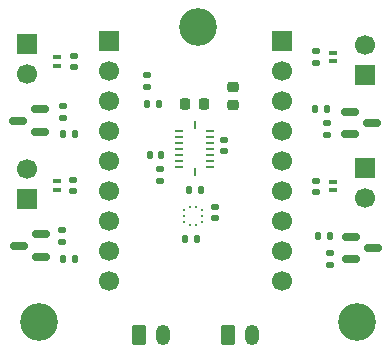
<source format=gbr>
%TF.GenerationSoftware,KiCad,Pcbnew,9.0.4*%
%TF.CreationDate,2025-10-07T14:12:27+03:00*%
%TF.ProjectId,XIaoShield,5849616f-5368-4696-956c-642e6b696361,rev?*%
%TF.SameCoordinates,Original*%
%TF.FileFunction,Soldermask,Top*%
%TF.FilePolarity,Negative*%
%FSLAX46Y46*%
G04 Gerber Fmt 4.6, Leading zero omitted, Abs format (unit mm)*
G04 Created by KiCad (PCBNEW 9.0.4) date 2025-10-07 14:12:27*
%MOMM*%
%LPD*%
G01*
G04 APERTURE LIST*
G04 Aperture macros list*
%AMRoundRect*
0 Rectangle with rounded corners*
0 $1 Rounding radius*
0 $2 $3 $4 $5 $6 $7 $8 $9 X,Y pos of 4 corners*
0 Add a 4 corners polygon primitive as box body*
4,1,4,$2,$3,$4,$5,$6,$7,$8,$9,$2,$3,0*
0 Add four circle primitives for the rounded corners*
1,1,$1+$1,$2,$3*
1,1,$1+$1,$4,$5*
1,1,$1+$1,$6,$7*
1,1,$1+$1,$8,$9*
0 Add four rect primitives between the rounded corners*
20,1,$1+$1,$2,$3,$4,$5,0*
20,1,$1+$1,$4,$5,$6,$7,0*
20,1,$1+$1,$6,$7,$8,$9,0*
20,1,$1+$1,$8,$9,$2,$3,0*%
G04 Aperture macros list end*
%ADD10RoundRect,0.140000X-0.140000X-0.170000X0.140000X-0.170000X0.140000X0.170000X-0.140000X0.170000X0*%
%ADD11RoundRect,0.050000X-0.300000X0.150000X-0.300000X-0.150000X0.300000X-0.150000X0.300000X0.150000X0*%
%ADD12RoundRect,0.140000X-0.170000X0.140000X-0.170000X-0.140000X0.170000X-0.140000X0.170000X0.140000X0*%
%ADD13RoundRect,0.135000X0.185000X-0.135000X0.185000X0.135000X-0.185000X0.135000X-0.185000X-0.135000X0*%
%ADD14R,1.700000X1.700000*%
%ADD15C,1.700000*%
%ADD16RoundRect,0.218750X-0.256250X0.218750X-0.256250X-0.218750X0.256250X-0.218750X0.256250X0.218750X0*%
%ADD17RoundRect,0.140000X0.140000X0.170000X-0.140000X0.170000X-0.140000X-0.170000X0.140000X-0.170000X0*%
%ADD18RoundRect,0.135000X-0.135000X-0.185000X0.135000X-0.185000X0.135000X0.185000X-0.135000X0.185000X0*%
%ADD19RoundRect,0.150000X-0.587500X-0.150000X0.587500X-0.150000X0.587500X0.150000X-0.587500X0.150000X0*%
%ADD20RoundRect,0.250000X-0.350000X-0.625000X0.350000X-0.625000X0.350000X0.625000X-0.350000X0.625000X0*%
%ADD21O,1.200000X1.750000*%
%ADD22RoundRect,0.050000X-0.287500X-0.075000X0.287500X-0.075000X0.287500X0.075000X-0.287500X0.075000X0*%
%ADD23RoundRect,0.050000X0.075000X-0.287500X0.075000X0.287500X-0.075000X0.287500X-0.075000X-0.287500X0*%
%ADD24C,3.200000*%
%ADD25RoundRect,0.135000X-0.185000X0.135000X-0.185000X-0.135000X0.185000X-0.135000X0.185000X0.135000X0*%
%ADD26RoundRect,0.135000X0.135000X0.185000X-0.135000X0.185000X-0.135000X-0.185000X0.135000X-0.185000X0*%
%ADD27RoundRect,0.150000X0.587500X0.150000X-0.587500X0.150000X-0.587500X-0.150000X0.587500X-0.150000X0*%
%ADD28RoundRect,0.225000X0.225000X0.250000X-0.225000X0.250000X-0.225000X-0.250000X0.225000X-0.250000X0*%
%ADD29R,0.250000X0.275000*%
%ADD30R,0.275000X0.250000*%
G04 APERTURE END LIST*
D10*
%TO.C,C3*%
X167420000Y-73900000D03*
X168380000Y-73900000D03*
%TD*%
D11*
%TO.C,D3*%
X156600000Y-69050000D03*
X156600000Y-69750000D03*
%TD*%
D12*
%TO.C,C7*%
X157900000Y-68940000D03*
X157900000Y-69900000D03*
%TD*%
D13*
%TO.C,R10*%
X165300000Y-69010000D03*
X165300000Y-67990000D03*
%TD*%
D14*
%TO.C,J6*%
X182660000Y-67920000D03*
D15*
X182660000Y-70460000D03*
%TD*%
D16*
%TO.C,FB1*%
X171500000Y-61025000D03*
X171500000Y-62600000D03*
%TD*%
D17*
%TO.C,C4*%
X165380000Y-66800000D03*
X164420000Y-66800000D03*
%TD*%
D18*
%TO.C,R9*%
X167700000Y-69800000D03*
X168720000Y-69800000D03*
%TD*%
D11*
%TO.C,D1*%
X179900000Y-58200000D03*
X179900000Y-58900000D03*
%TD*%
D13*
%TO.C,R12*%
X179700000Y-76100000D03*
X179700000Y-75080000D03*
%TD*%
D19*
%TO.C,Q4*%
X181462500Y-73750000D03*
X181462500Y-75650000D03*
X183337500Y-74700000D03*
%TD*%
D12*
%TO.C,C6*%
X158020000Y-58420000D03*
X158020000Y-59380000D03*
%TD*%
D20*
%TO.C,J7*%
X163530000Y-82080000D03*
D21*
X165530000Y-82080000D03*
%TD*%
D14*
%TO.C,J8*%
X161000000Y-57200000D03*
D15*
X161000000Y-59740000D03*
X161000000Y-62280000D03*
X161000000Y-64820000D03*
X161000000Y-67360000D03*
X161000000Y-69900000D03*
X161000000Y-72440000D03*
X161000000Y-74980000D03*
X161000000Y-77520000D03*
%TD*%
D22*
%TO.C,U1*%
X169474000Y-64800000D03*
X169474000Y-65300000D03*
X169474000Y-65800000D03*
X169474000Y-66300000D03*
X169474000Y-66800000D03*
X169474000Y-67300000D03*
X169474000Y-67800000D03*
D23*
X168212000Y-68262000D03*
D22*
X166900000Y-67800000D03*
X166900000Y-67300000D03*
X166900000Y-66800000D03*
X166900000Y-66300000D03*
X166900000Y-65800000D03*
X166900000Y-65300000D03*
X166900000Y-64800000D03*
D23*
X168212000Y-64282500D03*
%TD*%
D24*
%TO.C,H3*%
X168500000Y-56000000D03*
%TD*%
D25*
%TO.C,R8*%
X157000000Y-73190000D03*
X157000000Y-74210000D03*
%TD*%
D26*
%TO.C,R7*%
X158120000Y-75600000D03*
X157100000Y-75600000D03*
%TD*%
D14*
%TO.C,J5*%
X175600000Y-57200000D03*
D15*
X175600000Y-59740000D03*
X175600000Y-62280000D03*
X175600000Y-64820000D03*
X175600000Y-67360000D03*
X175600000Y-69900000D03*
X175600000Y-72440000D03*
X175600000Y-74980000D03*
X175600000Y-77520000D03*
%TD*%
D26*
%TO.C,R3*%
X158120000Y-65010000D03*
X157100000Y-65010000D03*
%TD*%
D14*
%TO.C,J4*%
X154000000Y-70540000D03*
D15*
X154000000Y-68000000D03*
%TD*%
D24*
%TO.C,H2*%
X182000000Y-81000000D03*
%TD*%
D18*
%TO.C,R11*%
X178690000Y-73700000D03*
X179710000Y-73700000D03*
%TD*%
D27*
%TO.C,Q3*%
X155237500Y-75450000D03*
X155237500Y-73550000D03*
X153362500Y-74500000D03*
%TD*%
D18*
%TO.C,R1*%
X178390000Y-62890000D03*
X179410000Y-62890000D03*
%TD*%
D12*
%TO.C,C2*%
X178500000Y-58040000D03*
X178500000Y-59000000D03*
%TD*%
D24*
%TO.C,H1*%
X155000000Y-81000000D03*
%TD*%
D14*
%TO.C,J3*%
X154000000Y-57460000D03*
D15*
X154000000Y-60000000D03*
%TD*%
D12*
%TO.C,C9*%
X178500000Y-69020000D03*
X178500000Y-69980000D03*
%TD*%
D11*
%TO.C,D4*%
X179900000Y-69100000D03*
X179900000Y-69800000D03*
%TD*%
D14*
%TO.C,J1*%
X182680000Y-60070000D03*
D15*
X182680000Y-57530000D03*
%TD*%
D28*
%TO.C,C8*%
X168975000Y-62500000D03*
X167425000Y-62500000D03*
%TD*%
D20*
%TO.C,J2*%
X171060000Y-82060000D03*
D21*
X173060000Y-82060000D03*
%TD*%
D13*
%TO.C,R2*%
X179400000Y-65100000D03*
X179400000Y-64080000D03*
%TD*%
D25*
%TO.C,R5*%
X164200000Y-60080000D03*
X164200000Y-61100000D03*
%TD*%
%TO.C,R4*%
X157100000Y-62700000D03*
X157100000Y-63720000D03*
%TD*%
D12*
%TO.C,C5*%
X169900000Y-71220000D03*
X169900000Y-72180000D03*
%TD*%
D27*
%TO.C,Q2*%
X155137500Y-64850000D03*
X155137500Y-62950000D03*
X153262500Y-63900000D03*
%TD*%
D12*
%TO.C,C1*%
X170712000Y-65520000D03*
X170712000Y-66480000D03*
%TD*%
D19*
%TO.C,Q1*%
X181362500Y-63150000D03*
X181362500Y-65050000D03*
X183237500Y-64100000D03*
%TD*%
D11*
%TO.C,D2*%
X156600000Y-58550000D03*
X156600000Y-59250000D03*
%TD*%
D29*
%TO.C,U2*%
X168312500Y-71237500D03*
X167812500Y-71237500D03*
D30*
X167300000Y-71500000D03*
X167300000Y-72000000D03*
X167300000Y-72500000D03*
D29*
X167812500Y-72762500D03*
X168312500Y-72762500D03*
D30*
X168825000Y-72500000D03*
X168825000Y-72000000D03*
X168825000Y-71500000D03*
%TD*%
D18*
%TO.C,R6*%
X164180000Y-62500000D03*
X165200000Y-62500000D03*
%TD*%
M02*

</source>
